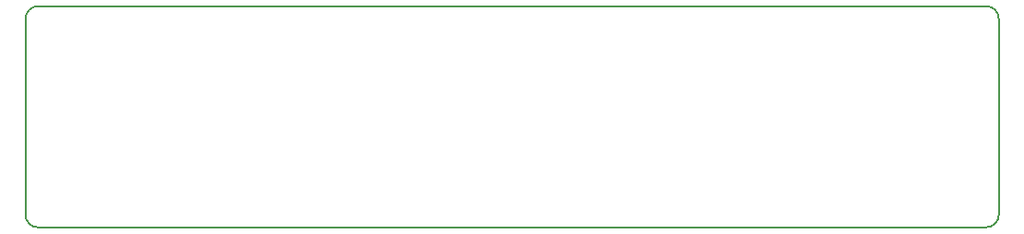
<source format=gbr>
G04 #@! TF.GenerationSoftware,KiCad,Pcbnew,(5.1.12)-1*
G04 #@! TF.CreationDate,2021-12-10T19:42:55+00:00*
G04 #@! TF.ProjectId,RGBtoHDMI Amiga Denise DIP Breakout FFC - CDTV v2,52474274-6f48-4444-9d49-20416d696761,v2*
G04 #@! TF.SameCoordinates,Original*
G04 #@! TF.FileFunction,Profile,NP*
%FSLAX46Y46*%
G04 Gerber Fmt 4.6, Leading zero omitted, Abs format (unit mm)*
G04 Created by KiCad (PCBNEW (5.1.12)-1) date 2021-12-10 19:42:55*
%MOMM*%
%LPD*%
G01*
G04 APERTURE LIST*
G04 #@! TA.AperFunction,Profile*
%ADD10C,0.200000*%
G04 #@! TD*
G04 APERTURE END LIST*
D10*
X74295000Y-69088000D02*
G75*
G02*
X75438000Y-67945000I1143000J0D01*
G01*
X75438000Y-88265000D02*
G75*
G02*
X74295000Y-87122000I0J1143000D01*
G01*
X163703000Y-87122000D02*
G75*
G02*
X162560000Y-88265000I-1143000J0D01*
G01*
X162560000Y-67945000D02*
G75*
G02*
X163703000Y-69088000I0J-1143000D01*
G01*
X162560000Y-88265000D02*
X75438000Y-88265000D01*
X163703000Y-69088000D02*
X163703000Y-87122000D01*
X162560000Y-67945000D02*
X75438000Y-67945000D01*
X74295000Y-69088000D02*
X74295000Y-87122000D01*
M02*

</source>
